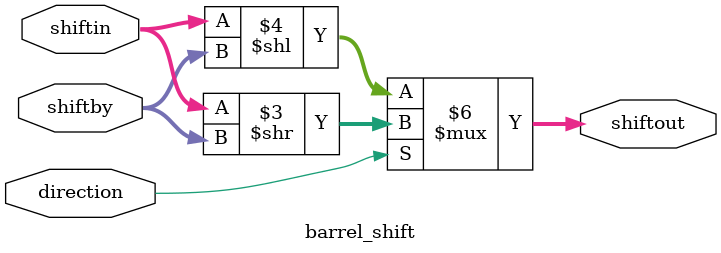
<source format=v>
module barrel_shift (
    direction,
    shiftin,
    shiftby,
    shiftout
);

// 1 means right shift, 0 means left shift
input direction;
input [25:0] shiftin;
input [4:0] shiftby;
output reg [25:0] shiftout;

always @(*) begin
    if (direction == 1) begin
        shiftout = shiftin >> shiftby;
    end else begin
        shiftout = shiftin << shiftby;
    end
end

endmodule

</source>
